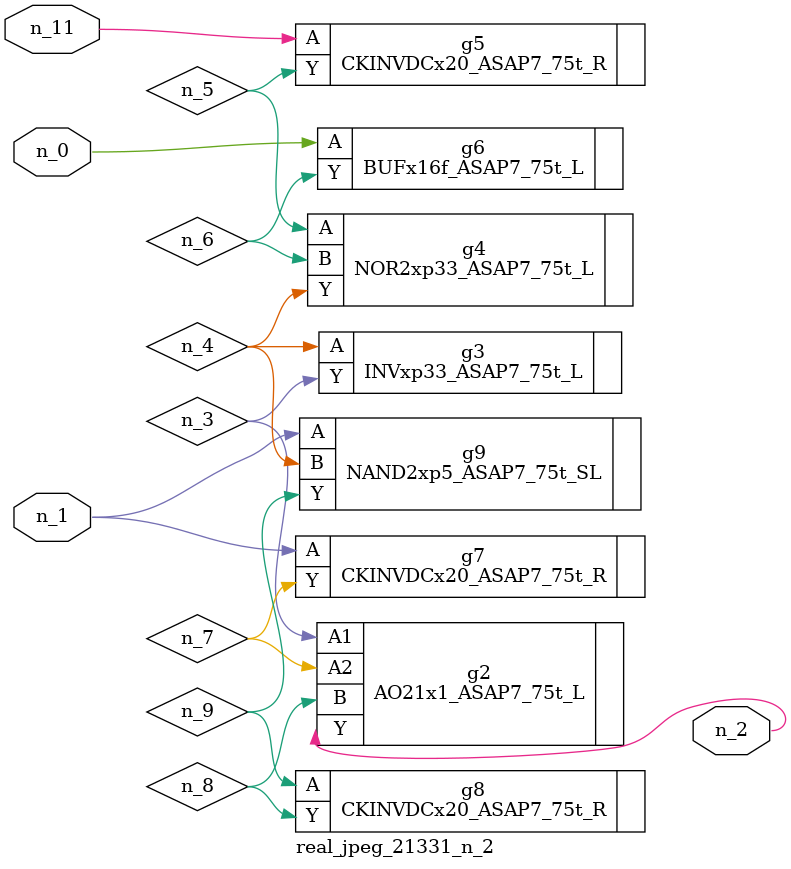
<source format=v>
module real_jpeg_21331_n_2 (n_1, n_11, n_0, n_2);

input n_1;
input n_11;
input n_0;

output n_2;

wire n_5;
wire n_4;
wire n_8;
wire n_6;
wire n_7;
wire n_3;
wire n_9;

BUFx16f_ASAP7_75t_L g6 ( 
.A(n_0),
.Y(n_6)
);

CKINVDCx20_ASAP7_75t_R g7 ( 
.A(n_1),
.Y(n_7)
);

NAND2xp5_ASAP7_75t_SL g9 ( 
.A(n_1),
.B(n_4),
.Y(n_9)
);

AO21x1_ASAP7_75t_L g2 ( 
.A1(n_3),
.A2(n_7),
.B(n_8),
.Y(n_2)
);

INVxp33_ASAP7_75t_L g3 ( 
.A(n_4),
.Y(n_3)
);

NOR2xp33_ASAP7_75t_L g4 ( 
.A(n_5),
.B(n_6),
.Y(n_4)
);

CKINVDCx20_ASAP7_75t_R g8 ( 
.A(n_9),
.Y(n_8)
);

CKINVDCx20_ASAP7_75t_R g5 ( 
.A(n_11),
.Y(n_5)
);


endmodule
</source>
